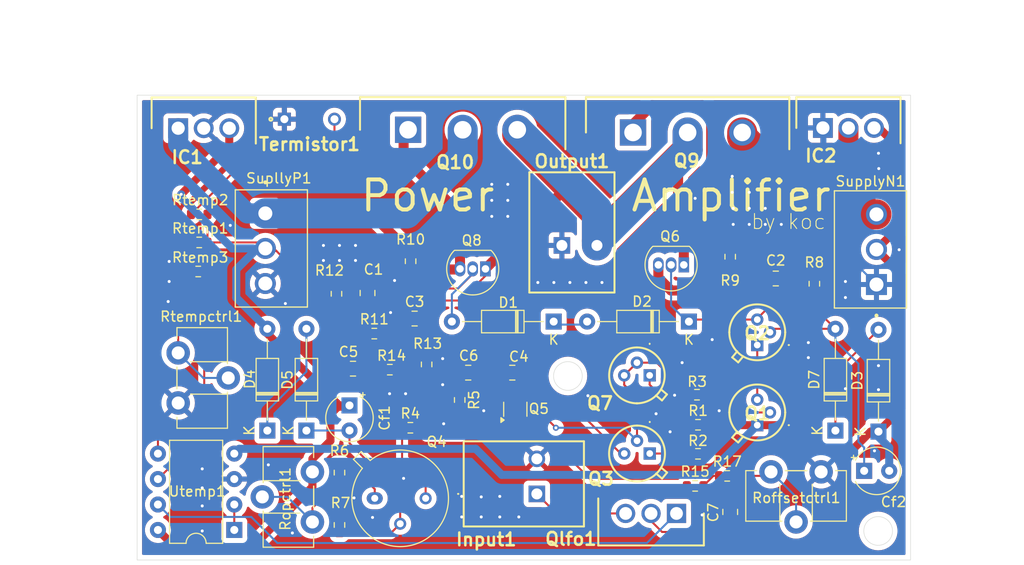
<source format=kicad_pcb>
(kicad_pcb (version 20240108) (generator "pcbnew") (generator_version "8.0")
  (layers (0 "F.Cu" signal) (31 "B.Cu" signal) (34 "B.Paste" user) (35 "F.Paste" user) (36 "B.SilkS" user "B.Silkscreen") (37 "F.SilkS" user "F.Silkscreen") (38 "B.Mask" user) (39 "F.Mask" user) (44 "Edge.Cuts" user))
  (net 0 "")
  (net 1 "+24V")
  (net 2 "Net-(D1-K)")
  (net 3 "Net-(D3-A)")
  (net 4 "-24V")
  (net 5 "Net-(Q10-BASE)")
  (net 6 "Net-(Q6-C)")
  (net 7 "Net-(Cosc3-Pad1)")
  (net 8 "Net-(Q10-EMITTER)")
  (net 9 "Net-(Q1-B)")
  (net 10 "GND")
  (net 11 "Net-(Cosc5-Pad2)")
  (net 12 "Net-(Q5B-B2)")
  (net 13 "Net-(Rtemp3-Pad2)")
  (net 14 "Net-(Q5A-B1)")
  (net 15 "Net-(Q4-E)")
  (net 16 "Net-(Q4-C)")
  (net 17 "Net-(Q3-C)")
  (net 18 "Net-(Q5A-E1)")
  (net 19 "Net-(Q3-B)")
  (net 20 "Net-(Q5B-E2)")
  (net 21 "Net-(Q7-E)")
  (net 22 "Net-(Q3-E)")
  (net 23 "-30V")
  (net 24 "+30V")
  (net 25 "Net-(R15-Pad2)")
  (net 26 "Net-(R17-Pad2)")
  (net 27 "Net-(D5-K)")
  (net 28 "Net-(D7-A)")
  (net 29 "Net-(D1-A)")
  (net 30 "Net-(D2-K)")
  (net 31 "Net-(D4-K)")
  (net 32 "Net-(Q1-C)")
  (net 33 "Net-(R6-Pad2)")
  (net 34 "Net-(Qlfo1-D)")
  (net 35 "Net-(Qlfo1-S)")
  (net 36 "Vcntrl")
  (net 37 "Net-(Utemp1B--)")
  (net 38 "Net-(Utemp1B-+)")
  (net 39 "Net-(Utemp1A--)")
  (footprint "Diode_THT:D_DO-35_SOD27_P10.16mm_Horizontal" (layer "F.Cu") (at 80.78 62.3 180)
    (property "Reference" "D2")
    (property "Value" "1N914")
  )
  (footprint "2N2484:2N2484" (layer "F.Cu") (at 87.6 64.64)
    (property "Reference" "Q2")
    (property "Value" "2N2484" (hide yes))
  )
  (footprint "Resistor_SMD:R_0603_1608Metric" (layer "F.Cu") (at 57.9 70.125 -90)
    (property "Reference" "R5")
    (property "Value" "100")
  )
  (footprint "Capacitor_SMD:C_0805_2012Metric" (layer "F.Cu") (at 48.7 59.45 90)
    (property "Reference" "C1")
    (property "Value" "100p")
  )
  (footprint "2N2484:2N2484" (layer "F.Cu") (at 76.86 67.67 90)
    (property "Reference" "Q7")
    (property "Value" "2N2484" (hide yes))
  )
  (footprint "Resistor_SMD:R_0603_1608Metric" (layer "F.Cu") (at 45.9 77.375 -90)
    (property "Reference" "R6")
    (property "Value" "330")
  )
  (footprint "Capacitor_SMD:C_0805_2012Metric" (layer "F.Cu") (at 53.4 62)
    (property "Reference" "C3")
    (property "Value" "10u")
  )
  (footprint "Resistor_SMD:R_0603_1608Metric" (layer "F.Cu") (at 53 56.275 90)
    (property "Reference" "R10")
    (property "Value" "330")
  )
  (footprint "Capacitor_SMD:C_0805_2012Metric" (layer "F.Cu") (at 63.15 67.4 180)
    (property "Reference" "C4")
    (property "Value" "470p")
  )
  (footprint "Resistor_SMD:R_0603_1608Metric" (layer "F.Cu") (at 52.975 72.9)
    (property "Reference" "R4")
    (property "Value" "100")
  )
  (footprint "Package_TO_SOT_THT:TO-92_Inline" (layer "F.Cu") (at 80.27 56.64 180)
    (property "Reference" "Q6")
    (property "Value" "Q_PNP_EBC")
  )
  (footprint "Resistor_SMD:R_0603_1608Metric" (layer "F.Cu") (at 81.585 69.6 180)
    (property "Reference" "R3")
    (property "Value" "1")
  )
  (footprint "Package_TO_SOT_THT:TO-92_Inline" (layer "F.Cu") (at 60.47 57.04 180)
    (property "Reference" "Q8")
    (property "Value" "Q_NPN_EBC")
  )
  (footprint "Resistor_SMD:R_0603_1608Metric" (layer "F.Cu") (at 31.9 51.6)
    (property "Reference" "Rtemp2")
    (property "Value" "47k")
  )
  (footprint "Resistor_SMD:R_0603_1608Metric" (layer "F.Cu") (at 54.6 66.575 -90)
    (property "Reference" "R13")
    (property "Value" "220k")
  )
  (footprint "TBP02R2-381-06BE:CUI_TBP03R2-350-03BE" (layer "F.Cu") (at 99.5 58.6 90)
    (property "Reference" "SupplyN1")
    (property "Value" "TBP03R2-350-03BE")
  )
  (footprint "Capacitor_SMD:C_0805_2012Metric" (layer "F.Cu") (at 84.9 81.3 90)
    (property "Reference" "C7")
    (property "Value" "1.5n")
  )
  (footprint "Capacitor_SMD:C_0805_2012Metric" (layer "F.Cu") (at 58.75 67.4)
    (property "Reference" "C6")
    (property "Value" "2p2")
  )
  (footprint "2N2484:2N2484" (layer "F.Cu") (at 87.6 72.64)
    (property "Reference" "Q1")
    (property "Value" "2N2484" (hide yes))
  )
  (footprint "Resistor_SMD:R_0603_1608Metric" (layer "F.Cu") (at 31.9 54.4)
    (property "Reference" "Rtemp1")
    (property "Value" "47k")
  )
  (footprint "Resistor_SMD:R_0603_1608Metric" (layer "F.Cu") (at 45.9 82.6 -90)
    (property "Reference" "R7")
    (property "Value" "10k")
  )
  (footprint "Resistor_SMD:R_0603_1608Metric" (layer "F.Cu") (at 31.8 57.3 180)
    (property "Reference" "Rtemp3")
    (property "Value" "5k")
  )
  (footprint "Potentiometer_THT:Potentiometer_ACP_CA9-H5_Horizontal" (layer "F.Cu") (at 43.2 82.3 180)
    (property "Reference" "Ropctrl1")
    (property "Value" "R1k")
  )
  (footprint "Capacitor_SMD:C_0805_2012Metric" (layer "F.Cu") (at 47.25 67)
    (property "Reference" "C5")
    (property "Value" "10u")
  )
  (footprint "Resistor_SMD:R_0603_1608Metric" (layer "F.Cu") (at 81.685 72.6 180)
    (property "Reference" "R1")
    (property "Value" "220")
  )
  (footprint "Diode_THT:D_DO-35_SOD27_P10.16mm_Horizontal" (layer "F.Cu") (at 38.7 73.18 90)
    (property "Reference" "D4")
    (property "Value" "1N914")
  )
  (footprint "Capacitor_THT:CP_Radial_Tantal_D4.5mm_P2.50mm" (layer "F.Cu") (at 98.271144 77.2)
    (property "Reference" "Cf2")
    (property "Value" "100u")
  )
  (footprint "Resistor_SMD:R_0603_1608Metric" (layer "F.Cu") (at 93.3 58.525 90)
    (property "Reference" "R8")
    (property "Value" "470k")
  )
  (footprint "Potentiometer_THT:Potentiometer_ACP_CA9-H5_Horizontal" (layer "F.Cu") (at 29.8 65.425)
    (property "Reference" "Rtempctrl1")
    (property "Value" "R10k")
  )
  (footprint "Potentiometer_THT:Potentiometer_ACP_CA9-H5_Horizontal" (layer "F.Cu") (at 93.975 77.3 -90)
    (property "Reference" "Roffsetctrl1")
    (property "Value" "R20k")
  )
  (footprint "Resistor_SMD:R_0603_1608Metric" (layer "F.Cu") (at 84.6 77.7)
    (property "Reference" "R17")
    (property "Value" "10k")
  )
  (footprint "Package_TO_SOT_THT:TO-39-3" (layer "F.Cu") (at 49.42 79.94)
    (property "Reference" "Q4")
    (property "Value" "BC303")
  )
  (footprint "L7824CV:TO255P460X1020X2008-3P" (layer "F.Cu") (at 94.15 42.97)
    (property "Reference" "IC2")
    (property "Value" "L7824CV" (hide yes))
  )
  (footprint "2SC5200-O_Q_:TO545P520X2000X2900-3P" (layer "F.Cu") (at 75.2 43.425)
    (property "Reference" "Q9")
    (property "Value" "2SC5200-O_Q_" (hide yes))
  )
  (footprint "Capacitor_SMD:C_0805_2012Metric" (layer "F.Cu") (at 89.45 58 180)
    (property "Reference" "C2")
    (property "Value" "100p")
  )
  (footprint "Diode_THT:D_DO-35_SOD27_P10.16mm_Horizontal" (layer "F.Cu") (at 42.6 73.18 90)
    (property "Reference" "D5")
    (property "Value" "1N914")
  )
  (footprint "Resistor_SMD:R_0603_1608Metric" (layer "F.Cu") (at 49.375 63.5)
    (property "Reference" "R11")
    (property "Value" "10k")
  )
  (footprint "2N2484:2N2484" (layer "F.Cu") (at 76.87 75.47 90)
    (property "Reference" "Q3")
    (property "Value" "2N2484" (hide yes))
  )
  (footprint "Resistor_SMD:R_0603_1608Metric" (layer "F.Cu") (at 50.925 67.1 180)
    (property "Reference" "R14")
    (property "Value" "11k")
  )
  (footprint "250-102:250102" (layer "F.Cu") (at 68.1 54.7)
    (property "Reference" "Output1")
    (property "Value" "250-102" (hide yes))
  )
  (footprint "250-102:250102" (layer "F.Cu") (at 65.6 79.5 90)
    (property "Reference" "Input1")
    (property "Value" "250-102" (hide yes))
  )
  (footprint "IRFZ34NPBF:TO254P469X1042X1967-3P" (layer "F.Cu") (at 79.54 81.45 180)
    (property "Reference" "Qlfo1")
    (property "Value" "IRFZ34NPBF" (hide yes))
  )
  (footprint "Resistor_SMD:R_0603_1608Metric" (layer "F.Cu") (at 84.9 55.825 -90)
    (property "Reference" "R9")
    (property "Value" "330")
  )
  (footprint "TBP02R2-381-06BE:CUI_TBP03R2-350-03BE" (layer "F.Cu") (at 38.5 51.5 -90)
    (property "Reference" "SupllyP1")
    (property "Value" "TBP03R2-350-03BE")
  )
  (footprint "Capacitor_THT:CP_Radial_Tantal_D4.5mm_P2.50mm" (layer "F.Cu") (at 46.9 70.671144 -90)
    (property "Reference" "Cf1")
    (property "Value" "100u")
  )
  (footprint "L7824CV:TO255P460X1020X2008-3P" (layer "F.Cu") (at 29.8 43)
    (property "Reference" "IC1")
    (property "Value" "L7824CV" (hide yes))
  )
  (footprint "Resistor_SMD:R_0603_1608Metric" (layer "F.Cu") (at 81.685 75.5 180)
    (property "Reference" "R2")
    (property "Value" "220")
  )
  (footprint "2SA1943-O_Q_:TO545P520X2050X2650-3P" (layer "F.Cu") (at 52.75 43.155)
    (property "Reference" "Q10")
    (property "Value" "2SA1943-O_Q_" (hide yes))
  )
  (footprint "Resistor_SMD:R_0603_1608Metric" (layer "F.Cu") (at 81.4 78.7)
    (property "Reference" "R15")
    (property "Value" "200k")
  )
  (footprint "B57164K0103K000:B57164K_K164" (layer "F.Cu") (at 40.4 42.1)
    (property "Reference" "Termistor1")
    (property "Value" "B57164K0103K000" (hide yes))
  )
  (footprint "Diode_THT:D_DO-35_SOD27_P10.16mm_Horizontal" (layer "F.Cu") (at 99.7 73.28 90)
    (property "Reference" "D3")
    (property "Value" "1N914")
  )
  (footprint "Diode_THT:D_DO-35_SOD27_P10.16mm_Horizontal" (layer "F.Cu") (at 67.28 62.3 180)
    (property "Reference" "D1")
    (property "Value" "1N914")
  )
  (footprint "Diode_THT:D_DO-35_SOD27_P10.16mm_Horizontal" (layer "F.Cu") (at 95.4 73.18 90)
    (property "Reference" "D7")
    (property "Value" "1N914")
  )
  (footprint "Package_TO_SOT_SMD:SOT-363_SC-70-6" (layer "F.Cu") (at 63.45 71.05 90)
    (property "Reference" "Q5")
    (property "Value" "BC856BS")
  )
  (footprint "Resistor_SMD:R_0603_1608Metric" (layer "F.Cu") (at 45.6 59.525 90)
    (property "Reference" "R12")
    (property "Value" "10k")
  )
  (footprint "Package_DIP:DIP-8_W7.62mm" (layer "F.Cu") (at 35.4 83.1 180)
    (property "Reference" "Utemp1")
    (property "Value" "Opamp_Dual")
  )
  (gr_rect (start 25.7 39.7) (end 102.9 86.1) (stroke (width 0.05)) (fill none) (layer "Edge.Cuts"))
  (gr_circle (center 99.668218 83.2) (end 98.368218 82.6) (stroke (width 0.05)) (fill none) (layer "Edge.Cuts"))
  (gr_circle (center 68.7 67.731782) (end 67.4 67.131782) (stroke (width 0.05)) (fill none) (layer "Edge.Cuts"))
  (gr_text "Power      Amplifier" (at 47.8 51.5 0) (layer "F.SilkS") (effects (font (size 3 3) (thickness 0.4) (bold yes)) (justify left bottom)))
  (gr_text "by koc" (at 86.9 53.2 0) (layer "F.SilkS") (effects (font (size 1.5 1.5) (thickness 0.1)) (justify left bottom)))
  (segment (start 29.58 84.9) (end 27.78 83.1) (width 0.8) (layer "F.Cu") (net 1))
  (segment (start 37.9 54.4) (end 38.5 55) (width 0.2) (layer "F.Cu") (net 1))
  (segment (start 46.9 70.8) (end 45.742288 70.8) (width 0.8) (layer "F.Cu") (net 1))
  (segment (start 34.9 44.8) (end 34.9 43) (width 0.8) (layer "F.Cu") (net 1))
  (segment (start 46.9 70.8) (end 46.9 70.671144) (width 0.2) (layer "F.Cu") (net 1))
  (segment (start 45.871144 70.671144) (end 46.9 70.671144) (width 0.8) (layer "F.Cu") (net 1))
  (segment (start 43.2 76) (end 43.2 77.3) (width 0.8) (layer "F.Cu") (net 1))
  (segment (start 39.6 55.25) (end 38.75 55.25) (width 0.2) (layer "F.Cu") (net 1))
  (segment (start 45.6 58.7) (end 43.05 58.7) (width 0.2) (layer "F.Cu") (net 1))
  (segment (start 45.742288 70.8) (end 45 71.542288) (width 0.8) (layer "F.Cu") (net 1))
  (segment (start 38.75 55.25) (end 38.5 55) (width 0.2) (layer "F.Cu") (net 1))
  (segment (start 38.7 63.02) (end 38.7 63.5) (width 0.8) (layer "F.Cu") (net 1))
  (segment (start 38.7 63.5) (end 45.871144 70.671144) (width 0.8) (layer "F.Cu") (net 1))
  (segment (start 43.05 58.7) (end 39.6 55.25) (width 0.2) (layer "F.Cu") (net 1))
  (segment (start 37.1 84.9) (end 29.58 84.9) (width 0.8) (layer "F.Cu") (net 1))
  (segment (start 32.725 54.4) (end 37.9 54.4) (width 0.2) (layer "F.Cu") (net 1))
  (segment (start 32.725 51.6) (end 32.725 54.4) (width 0.2) (layer "F.Cu") (net 1))
  (segment (start 45 71.542288) (end 45 74.2) (width 0.8) (layer "F.Cu") (net 1))
  (segment (start 43.2 78.8) (end 37.1 84.9) (width 0.8) (layer "F.Cu") (net 1))
  (segment (start 39.6 55.25) (end 39.35 55) (width 0.2) (layer "F.Cu") (net 1))
  (segment (start 43.2 77.3) (end 43.2 78.8) (width 0.8) (layer "F.Cu") (net 1))
  (segment (start 45 74.2) (end 43.2 76) (width 0.8) (layer "F.Cu") (net 1))
  (segment (start 30.1 49.6) (end 34.9 44.8) (width 0.8) (layer "F.Cu") (net 1))
  (via (at 30.1 49.6) (size 0.6) (drill 0.3) (layers "F.Cu" "B.Cu") (net 1))
  (segment (start 35.2 55) (end 37.3 55) (width 0.8) (layer "B.Cu") (net 1))
  (segment (start 37.7 55) (end 38.5 55) (width 0.8) (layer "B.Cu") (net 1))
  (segment (start 35.6 59.92) (end 35.6 57.1) (width 0.8) (layer "B.Cu") (net 1))
  (segment (start 30.1 49.9) (end 35.2 55) (width 0.8) (layer "B.Cu") (net 1))
  (segment (start 30.1 49.6) (end 30.1 49.9) (width 0.8) (layer "B.Cu") (net 1))
  (segment (start 35.6 57.1) (end 37.7 55) (width 0.8) (layer "B.Cu") (net 1))
  (segment (start 37.3 55) (end 38.5 55) (width 0.2) (layer "B.Cu") (net 1))
  (segment (start 38.7 63.02) (end 35.6 59.92) (width 0.8) (layer "B.Cu") (net 1))
  (segment (start 70.62 62.6) (end 67.28 62.6) (width 0.2) (layer "B.Cu") (net 2))
  (segment (start 95.4 73.18) (end 95.4 67.42) (width 0.2) (layer "F.Cu") (net 3))
  (segment (start 95.4 67.42) (end 99.7 63.12) (width 0.2) (layer "F.Cu") (net 3))
  (segment (start 101.6 53) (end 99.5 55.1) (width 0.8) (layer "F.Cu") (net 4))
  (segment (start 99.5 55.1) (end 102 57.6) (width 0.8) (layer "F.Cu") (net 4))
  (segment (start 102 70.98) (end 99.7 73.28) (width 0.8) (layer "F.Cu") (net 4))
  (segment (start 99.75 42.97) (end 101.6 44.82) (width 0.8) (layer "F.Cu") (net 4))
  (segment (start 102 57.6) (end 102 70.98) (width 0.8) (layer "F.Cu") (net 4))
  (segment (start 93.4 75.2) (end 90.84 72.64) (width 0.8) (layer "F.Cu") (net 4))
  (segment (start 99.68 73.18) (end 99.7 73.2) (width 0.2) (layer "F.Cu") (net 4))
  (segment (start 87.6 72.64) (end 83.31 72.64) (width 0.8) (layer "F.Cu") (net 4))
  (segment (start 82.51 72.6) (end 82.51 75.5) (width 0.8) (layer "F.Cu") (net 4))
  (segment (start 101.6 44.82) (end 101.6 53) (width 0.8) (layer "F.Cu") (net 4))
  (segment (start 98.92 73.28) (end 97 75.2) (width 0.8) (layer "F.Cu") (net 4))
  (segment (start 83.27 72.6) (end 82.51 72.6) (width 0.8) (layer "F.Cu") (net 4))
  (segment (start 97 75.2) (end 93.4 75.2) (width 0.8) (layer "F.Cu") (net 4))
  (segment (start 90.84 72.64) (end 87.6 72.64) (width 0.8) (layer "F.Cu") (net 4))
  (segment (start 83.31 72.64) (end 83.27 72.6) (width 0.8) (layer "F.Cu") (net 4))
  (segment (start 99.7 73.28) (end 98.92 73.28) (width 0.8) (layer "F.Cu") (net 4))
  (segment (start 62.1 77.6) (end 59.5 75) (width 0.8) (layer "B.Cu") (net 4))
  (segment (start 35.88 75) (end 35.4 75.48) (width 0.8) (layer "B.Cu") (net 4))
  (segment (start 99.7 73.8) (end 100.771144 74.871144) (width 0.8) (layer "B.Cu") (net 4))
  (segment (start 82.64 77.6) (end 62.1 77.6) (width 0.8) (layer "B.Cu") (net 4))
  (segment (start 59.5 75) (end 35.88 75) (width 0.8) (layer "B.Cu") (net 4))
  (segment (start 99.7 73.28) (end 99.7 73.8) (width 0.8) (layer "B.Cu") (net 4))
  (segment (start 87.6 72.64) (end 82.64 77.6) (width 0.8) (layer "B.Cu") (net 4))
  (segment (start 100.771144 74.871144) (end 100.771144 77.2) (width 0.8) (layer "B.Cu") (net 4))
  (segment (start 57.87 57.1) (end 57.93 57.04) (width 0.2) (layer "F.Cu") (net 5))
  (segment (start 53 57.1) (end 57.87 57.1) (width 1) (layer "F.Cu") (net 5))
  (segment (start 52.3 45.9) (end 52.3 43.2) (width 1) (layer "F.Cu") (net 5))
  (segment (start 49.5 57.1) (end 53 57.1) (width 0.2) (layer "F.Cu") (net 5))
  (segment (start 57.93 51.53) (end 52.3 45.9) (width 1) (layer "F.Cu") (net 5))
  (segment (start 48.7 58.5) (end 48.7 57.9) (width 0.2) (layer "F.Cu") (net 5))
  (segment (start 48.7 57.9) (end 49.5 57.1) (width 0.2) (layer "F.Cu") (net 5))
  (segment (start 57.93 57.04) (end 57.93 51.53) (width 1) (layer "F.Cu") (net 5))
  (segment (start 79 59.2) (end 77.73 57.93) (width 1) (layer "F.Cu") (net 6))
  (segment (start 84.85 56.65) (end 82.3 59.2) (width 1) (layer "F.Cu") (net 6))
  (segment (start 84.9 56.65) (end 83.85 56.65) (width 1) (layer "F.Cu") (net 6))
  (segment (start 74.75 43.05) (end 74.75 43.425) (width 0.2) (layer "F.Cu") (net 6))
  (segment (start 83 41.6) (end 82.1 40.7) (width 1) (layer "F.Cu") (net 6))
  (segment (start 84.9 56.65) (end 84.85 56.65) (width 0.2) (layer "F.Cu") (net 6))
  (segment (start 82.1 40.7) (end 77.1 40.7) (width 1) (layer "F.Cu") (net 6))
  (segment (start 77.1 40.7) (end 74.75 43.05) (width 1) (layer "F.Cu") (net 6))
  (segment (start 82.3 59.2) (end 79 59.2) (width 1) (layer "F.Cu") (net 6))
  (segment (start 83 55.8) (end 83 41.6) (width 1) (layer "F.Cu") (net 6))
  (segment (start 83.85 56.65) (end 83 55.8) (width 1) (layer "F.Cu") (net 6))
  (segment (start 87.15 56.65) (end 88.5 58) (width 0.2) (layer "F.Cu") (net 6))
  (segment (start 77.73 57.93) (end 77.73 57.14) (width 1) (layer "F.Cu") (net 6))
  (segment (start 77.73 57.14) (end 77.73 56.64) (width 0.2) (layer "F.Cu") (net 6))
  (segment (start 84.9 56.65) (end 87.15 56.65) (width 0.2) (layer "F.Cu") (net 6))
  (segment (start 49.3 64.9) (end 50.2 64) (width 0.2) (layer "F.Cu") (net 7))
  (segment (start 46.1 60.85) (end 46.1 64.4) (width 0.2) (layer "F.Cu") (net 7))
  (segment (start 50.2 64) (end 50.2 63.5) (width 0.2) (layer "F.Cu") (net 7))
  (segment (start 45.6 60.35) (end 46.1 60.85) (width 0.2) (layer "F.Cu") (net 7))
  (segment (start 46.1 64.4) (end 46.6 64.9) (width 0.2) (layer "F.Cu") (net 7))
  (segment (start 46.6 64.9) (end 49.3 64.9) (width 0.2) (layer "F.Cu") (net 7))
  (segment (start 50.2 63.5) (end 51.1 63.5) (width 0.2) (layer "F.Cu") (net 7))
  (segment (start 51.1 63.5) (end 52.7 61.9) (width 0.2) (layer "F.Cu") (net 7))
  (segment (start 54.6 64) (end 54.6 61.9) (width 0.2) (layer "F.Cu") (net 8))
  (segment (start 59.7 66.3) (end 58 64.6) (width 0.2) (layer "F.Cu") (net 8))
  (segment (start 60.47 57.03) (end 68.75 48.75) (width 1) (layer "F.Cu") (net 8))
  (segment (start 71.6 54.7) (end 71.6 51.6) (width 3) (layer "F.Cu") (net 8))
  (segment (start 60.47 57.73) (end 60.47 57.04) (width 0.2) (layer "F.Cu") (net 8))
  (segment (start 71.6 51.6) (end 68.75 48.75) (width 3) (layer "F.Cu") (net 8))
  (segment (start 79.7 54.1) (end 79.7 44.065) (width 1) (layer "F.Cu") (net 8))
  (segment (start 55.6 60.2) (end 58 60.2) (width 0.2) (layer "F.Cu") (net 8))
  (segment (start 79.7 44.065) (end 80.27 43.495) (width 1) (layer "F.Cu") (net 8))
  (segment (start 80.27 43.495) (end 80.34 43.425) (width 0.2) (layer "F.Cu") (net 8))
  (segment (start 80.27 56.64) (end 80.27 54.67) (width 1) (layer "F.Cu") (net 8))
  (segment (start 58 64.6) (end 55.2 64.6) (width 0.2) (layer "F.Cu") (net 8))
  (segment (start 71.6 54.7) (end 71.6 54.2) (width 2.2) (layer "F.Cu") (net 8))
  (segment (start 80.27 54.67) (end 79.7 54.1) (width 1) (layer "F.Cu") (net 8))
  (segment (start 54.6 61.9) (end 54.6 61.2) (width 0.2) (layer "F.Cu") (net 8))
  (segment (start 54.6 61.2) (end 55.6 60.2) (width 0.2) (layer "F.Cu") (net 8))
  (segment (start 54.6 65.75) (end 54.6 64) (width 0.2) (layer "F.Cu") (net 8))
  (segment (start 80.65 43.425) (end 80.65 45.15) (width 3) (layer "F.Cu") (net 8))
  (segment (start 59.7 67.4) (end 59.7 66.3) (width 0.2) (layer "F.Cu") (net 8))
  (segment (start 63.65 43.65) (end 63.65 43.155) (width 3) (layer "F.Cu") (net 8))
  (segment (start 80.65 45.15) (end 71.6 54.2) (width 3) (layer "F.Cu") (net 8))
  (segment (start 62.2 67.4) (end 59.7 67.4) (width 0.2) (layer "F.Cu") (net 8))
  (segment (start 55.2 64.6) (end 54.6 64) (width 0.2) (layer "F.Cu") (net 8))
  (segment (start 80.34 43.425) (end 80.65 43.425) (width 0.2) (layer "F.Cu") (net 8))
  (segment (start 58 60.2) (end 60.47 57.73) (width 0.2) (layer "F.Cu") (net 8))
  (segment (start 68.75 48.75) (end 63.65 43.65) (width 3) (layer "F.Cu") (net 8))
  (segment (start 60.47 57.04) (end 60.47 57.03) (width 0.2) (layer "F.Cu") (net 8))
  (segment (start 71.6 51.105) (end 63.65 43.155) (width 3) (layer "B.Cu") (net 8))
  (segment (start 80.65 45.25) (end 80.65 43.425) (width 3) (layer "B.Cu") (net 8))
  (segment (start 71.6 54.3) (end 80.65 45.25) (width 3) (layer "B.Cu") (net 8))
  (segment (start 71.6 54.7) (end 71.6 51.105) (width 3) (layer "B.Cu") (net 8))
  (segment (start 71.6 54.7) (end 71.6 54.3) (width 2.2) (layer "B.Cu") (net 8))
  (segment (start 82.41 66.91) (end 82.41 69.6) (width 0.2) (layer "F.Cu") (net 9))
  (segment (start 64.1 67.4) (end 66.6 64.9) (width 0.2) (layer "F.Cu") (net 9))
  (segment (start 80.4 64.9) (end 82.41 66.91) (width 0.2) (layer "F.Cu") (net 9))
  (segment (start 88.87 71.37) (end 85.57 71.37) (width 0.2) (layer "F.Cu") (net 9))
  (segment (start 85.57 71.37) (end 83.8 69.6) (width 0.2) (layer "F.Cu") (net 9))
  (segment (start 83.8 69.6) (end 82.41 69.6) (width 0.2) (layer "F.Cu") (net 9))
  (segment (start 66.6 64.9) (end 80.4 64.9) (width 0.2) (layer "F.Cu") (net 9))
  (via (at 83.1 64.1) (size 0.6) (drill 0.3) (layers "F.Cu" "B.Cu") (net 10))
  (via (at 77.5 71.5) (size 0.6) (drill 0.3) (layers "F.Cu" "B.Cu") (net 10))
  (via (at 44.3 56.2) (size 0.6) (drill 0.3) (layers "F.Cu" "B.Cu") (net 10))
  (via (at 28.8 60.3) (size 0.6) (drill 0.3) (layers "F.Cu" "B.Cu") (net 10))
  (via (at 32.2 78.9) (size 0.6) (drill 0.3) (layers "F.Cu" "B.Cu") (net 10))
  (via (at 44.3 54.7) (size 0.6) (drill 0.3) (layers "F.Cu" "B.Cu") (net 10))
  (via (at 51 61.4) (size 0.6) (drill 0.3) (layers "F.Cu" "B.Cu") (net 10))
  (via (at 72.1 58.4) (size 0.6) (drill 0.3) (layers "F.Cu" "B.Cu") (net 10))
  (via (at 86.8 51) (size 0.6) (drill 0.3) (layers "F.Cu" "B.Cu") (net 10))
  (via (at 32.2 80.7) (size 0.6) (drill 0.3) (layers "F.Cu" "B.Cu") (net 10))
  (via (at 49.2 81.85) (size 0.6) (drill 0.3) (layers "F.Cu" "B.Cu") (net 10))
  (via (at 62.7 48.6) (size 0.6) (drill 0.3) (layers "F.Cu" "B.Cu") (net 10))
  (via (at 61.9 81.8) (size 0.6) (drill 0.3) (layers "F.Cu" "B.Cu") (net 10))
  (via (at 47.5 54.7) (size 0.6) (drill 0.3) (layers "F.Cu" "B.Cu") (net 10))
  (via (at 61.1 48.6) (size 0.6) (drill 0.3) (layers "F.Cu" "B.Cu") (net 10))
  (via (at 90 52.6) (size 0.6) (drill 0.3) (layers "F.Cu" "B.Cu") (net 10))
  (via (at 86.8 52.6) (size 0.6) (drill 0.3) (layers "F.Cu" "B.Cu") (net 10))
  (via (at 61.1 50.2) (size 0.6) (drill 0.3) (layers "F.Cu" "B.Cu") (net 10))
  (via (at 52.5 69.5) (size 0.6) (drill 0.3) (layers "F.Cu" "B.Cu") (net 10))
  (via (at 61.9 79.75) (size 0.6) (drill 0.3) (layers "F.Cu" "B.Cu") (net 10))
  (via (at 79.35 69.65) (size 0.6) (drill 0.3) (layers "F.Cu" "B.Cu") (net 10))
  (via (at 78.9 73.3) (size 0.6) (drill 0.3) (layers "F.Cu" "B.Cu") (net 10))
  (via (at 85.1 49.4) (size 0.6) (drill 0.3) (layers "F.Cu" "B.Cu") (net 10))
  (via (at 56.3 72.5) (size 0.6) (drill 0.3) (layers "F.Cu" "B.Cu") (net 10))
  (via (at 88.4 51) (size 0.6) (drill 0.3) (layers "F.Cu" "B.Cu") (net 10))
  (via (at 52.3 77.95) (size 0.6) (drill 0.3) (layers "F.Cu" "B.Cu") (net 10))
  (via (at 32.2 83.2) (size 0.6) (drill 0.3) (layers "F.Cu" "B.Cu") (net 10))
  (via (at 96.4 59.9) (size 0.6) (drill 0.3) (layers "F.Cu" "B.Cu") (net 10))
  (via (at 45.9 54.7) (size 0.6) (drill 0.3) (layers "F.Cu" "B.Cu") (net 10))
  (via (at 35 52.7) (size 0.6) (drill 0.3) (layers "F.Cu" "B.Cu") (net 10))
  (via (at 88.4 52.6) (size 0.6) (drill 0.3) (layers "F.Cu" "B.Cu") (net 10))
  (via (at 60.05 81.8) (size 0.6) (drill 0.3) (layers "F.Cu" "B.Cu") (net 10))
  (via (at 85.2 52.6) (size 0.6) (drill 0.3) (layers "F.Cu" "B.Cu") (net 10))
  (via (at 99.7 69.1) (size 0.6) (drill 0.3) (layers "F.Cu" "B.Cu") (net 10))
  (via (at 40.5 60.5) (size 0.6) (drill 0.3) (layers "F.Cu" "B.Cu") (net 10))
  (via (at 92.7 65.9) (size 0.6) (drill 0.3) (layers "F.Cu" "B.Cu") (net 10))
  (via (at 61.1 51.8) (size 0.6) (drill 0.3) (layers "F.Cu" "B.Cu") (net 10))
  (via (at 38.8 76.6) (size 0.6) (drill 0.3) (layers "F.Cu" "B.Cu") (net 10))
  (via (at 70.5 58.4) (size 0.6) (drill 0.3) (layers "F.Cu" "B.Cu") (net 10))
  (via (at 51.4 58.2) (size 0.6) (drill 0.3) (layers "F.Cu" "B.Cu") (net 10))
  (via (at 92.7 64.4) (size 0.6) (drill 0.3) (layers "F.Cu" "B.Cu") (net 10))
  (via (at 101.761936 55.1282) (size 0.6) (drill 0.3) (layers "F.Cu" "B.Cu") (net 10))
  (via (at 56.2 66) (size 0.6) (drill 0.3) (layers "F.Cu" "B.Cu") (net 10))
  (via (at 99.7 45.5) (size 0.6) (drill 0.3) (layers "F.Cu" "B.Cu") (net 10))
  (via (at 62.7 51.8) (size 0.6) (drill 0.3) (layers "F.Cu" "B.Cu") (net 10))
  (via (at 85.2 51) (size 0.6) (drill 0.3) (layers "F.Cu" "B.Cu") (net 10))
  (via (at 83.8 71.2) (size 0.6) (drill 0.3) (layers "F.Cu" "B.Cu") (net 10))
  (via (at 58.1 81.8) (size 0.6) (drill 0.3) (layers "F.Cu" "B.Cu") (net 10))
  (via (at 70.7 69.7) (size 0.6) (drill 0.3) (layers "F.Cu" "B.Cu") (net 10))
  (via (at 99.3 75.2) (size 0.6) (drill 0.3) (layers "F.Cu" "B.Cu") (net 10))
  (via (at 58.1 79.75) (size 0.6) (drill 0.3) (layers "F.Cu" "B.Cu") (net 10))
  (via (at 96.4 58.3) (size 0.6) (drill 0.3) (layers "F.Cu" "B.Cu") (net 10))
  (via (at 32.2 77) (size 0.6) (drill 0.3) (layers "F.Cu" "B.Cu") (net 10))
  (via (at 56.2 68.6) (size 0.6) (drill 0.3) (layers "F.Cu" "B.Cu") (net 10))
  (via (at 50.9 69.5) (size 0.6) (drill 0.3) (layers "F.Cu" "B.Cu") (net 10))
  (via (at 96.4 69) (size 0.6) (drill 0.3) (layers "F.Cu" "B.Cu") (net 10))
  (via (at 99.729281 47.028849) (size 0.6) (drill 0.3) (layers "F.Cu" "B.Cu") (net 10))
  (via (at 80.1 66.4) (size 0.6) (drill 0.3) (layers "F.Cu" "B.Cu") (net 10))
  (via (at 60.05 79.8) (size 0.6) (drill 0.3) (layers "F.Cu" "B.Cu") (net 10))
  (via (at 62.7 50.2) (size 0.6) (drill 0.3) (layers "F.Cu" "B.Cu") (net 10))
  (via (at 28.9 58.3) (size 0.6) (drill 0.3) (layers "F.Cu" "B.Cu") (net 10))
  (via (at 28.9 56.3) (size 0.6) (drill 0.3) (layers "F.Cu" "B.Cu") (net 10))
  (via (at 82.1 81.6) (size 0.6) (drill 0.3) (layers "F.Cu" "B.Cu") (net 10))
  (via (at 85.1 47.8) (size 0.6) (drill 0.3) (layers "F.Cu" "B.Cu") (net 10))
  (via (at 60.3 71.2) (size 0.6) (drill 0.3) (layers "F.Cu" "B.Cu") (net 10))
  (via (at 47.5 56.2) (size 0.6) (drill 0.3) (layers "F.Cu" "B.Cu") (net 10))
  (via (at 86.8 49.4) (size 0.6) (drill 0.3) (layers "F.Cu" "B.Cu") (net 10))
  (via (at 67.3 58.4) (size 0.6) (drill 0.3) (layers "F.Cu" "B.Cu") (net 10))
  (via (at 45.9 56.2) (size 0.6) (drill 0.3) (layers "F.Cu" "B.Cu") (net 10))
  (via (at 81.4 50) (size 0.6) (drill 0.3) (layers "F.Cu" "B.Cu") (net 10))
  (via (at 99.7 66.7) (size 0.6) (drill 0.3) (layers "F.Cu" "B.Cu") (net 10))
  (via (at 68.9 58.4) (size 0.6) (drill 0.3) (layers "F.Cu" "B.Cu") (net 10))
  (via (at 65.7 58.4) (size 0.6) (drill 0.3) (layers "F.Cu" "B.Cu") (net 10))
  (via (at 47.35 79.9) (size 0.6) (drill 0.3) (layers "F.Cu" "B.Cu") (net 10))
  (via (at 41.2 83.4) (size 0.6) (drill 0.3) (layers "F.Cu" "B.Cu") (net 10))
  (via (at 63.8 81.8) (size 0.6) (drill 0.3) (layers "F.Cu" "B.Cu") (net 10))
  (segment (start 94.4 43.22) (end 94.4 53.5) (width 0.2) (layer "B.Cu") (net 10))
  (segment (start 94.65 42.97) (end 94.4 43.22) (width 0.2) (layer "B.Cu") (net 10))
  (segment (start 94.4 53.5) (end 99.5 58.6) (width 0.2) (layer "B.Cu") (net 10))
  (segment (start 48.3 67.1) (end 48.2 67) (width 0.2) (layer "F.Cu") (net 11))
  (segment (start 50.1 67.1) (end 48.3 67.1) (width 0.2) (layer "F.Cu") (net 11))
  (segment (start 55.8 70.1) (end 60.6 70.1) (width 0.2) (layer "F.Cu") (net 12))
  (segment (start 63.246728 69.3) (end 63.45 69.503272) (width 0.2) (layer "F.Cu") (net 12))
  (segment (start 54.6 68.9) (end 55.8 70.1) (width 0.2) (layer "F.Cu") (net 12))
  (segment (start 61.4 69.3) (end 63.246728 69.3) (width 0.2) (layer "F.Cu") (net 12))
  (segment (start 57.8 67.4) (end 54.6 67.4) (width 0.2) (layer "F.Cu") (net 12))
  (segment (start 54.6 67.4) (end 52.05 67.4) (width 0.2) (layer "F.Cu") (net 12))
  (segment (start 63.45 69.503272) (end 63.45 70.1) (width 0.2) (layer "F.Cu") (net 12))
  (segment (start 54.6 67.4) (end 54.6 68.9) (width 0.2) (layer "F.Cu") (net 12))
  (segment (start 52.05 67.4) (end 51.75 67.1) (width 0.2) (layer "F.Cu") (net 12))
  (segment (start 60.6 70.1) (end 61.4 69.3) (width 0.2) (layer "F.Cu") (net 12))
  (segment (start 31.05 58.85) (end 29.8 60.1) (width 0.2) (layer "F.Cu") (net 13))
  (segment (start 31.05 57) (end 31.05 58.85) (width 0.2) (layer "F.Cu") (net 13))
  (segment (start 29.8 60.1) (end 29.8 65.425) (width 0.2) (layer "F.Cu") (net 13))
  (segment (start 34.8 67.925) (end 32.3 67.925) (width 0.2) (layer "B.Cu") (net 13))
  (segment (start 32.3 67.925) (end 29.8 65.425) (width 0.2) (layer "B.Cu") (net 13))
  (segment (start 82.225 80.35) (end 84.9 80.35) (width 0.2) (layer "F.Cu") (net 14))
  (segment (start 63.45 72.324999) (end 63.825001 72.7) (width 0.2) (layer "F.Cu") (net 14))
  (segment (start 71.6 78.7) (end 80.575 78.7) (width 0.2) (layer "F.Cu") (net 14))
  (segment (start 65.6 72.7) (end 71.6 78.7) (width 0.2) (layer "F.Cu") (net 14))
  (segment (start 63.45 72) (end 63.45 72.324999) (width 0.2) (layer "F.Cu") (net 14))
  (segment (start 63.825001 72.7) (end 65.6 72.7) (width 0.2) (layer "F.Cu") (net 14))
  (segment (start 80.575 78.7) (end 82.225 80.35) (width 0.2) (layer "F.Cu") (net 14))
  (segment (start 49.42 79.94) (end 49.42 79.02) (width 0.2) (layer "F.Cu") (net 15))
  (segment (start 49.42 79.02) (end 46.95 76.55) (width 0.2) (layer "F.Cu") (net 15))
  (segment (start 46.95 76.55) (end 45.9 76.55) (width 0.2) (layer "F.Cu") (net 15))
  (segment (start 52.85 70.95) (end 52.15 71.65) (width 0.2) (layer "F.Cu") (net 16))
  (segment (start 52.15 76.05) (end 54.5 78.4) (width 0.2) (layer "F.Cu") (net 16))
  (segment (start 52.15 71.65) (end 52.15 72.9) (width 0.2) (layer "F.Cu") (net 16))
  (segment (start 52.15 71.84) (end 52.15 76.05) (width 0.2) (layer "F.Cu") (net 16))
  (segment (start 54.5 78.4) (end 54.5 79.94) (width 0.2) (layer "F.Cu") (net 16))
  (segment (start 57.9 70.95) (end 52.85 70.95) (width 0.2) (layer "F.Cu") (net 16))
  (segment (start 73.97 75.47) (end 74.33 75.47) (width 0.2) (layer "F.Cu") (net 17))
  (segment (start 62.8 70.1) (end 62.8 70.424999) (width 0.2) (layer "F.Cu") (net 17))
  (segment (start 69.3 70.8) (end 73.97 75.47) (width 0.2) (layer "F.Cu") (net 17))
  (segment (start 63.175001 70.8) (end 69.3 70.8) (width 0.2) (layer "F.Cu") (net 17))
  (segment (start 62.8 70.424999) (end 63.175001 70.8) (width 0.2) (layer "F.Cu") (net 17))
  (segment (start 59.4 72.3) (end 58 73.7) (width 0.2) (layer "F.Cu") (net 18))
  (segment (start 58 73.7) (end 54.6 73.7) (width 0.2) (layer "F.Cu") (net 18))
  (segment (start 62.5 72.3) (end 59.4 72.3) (width 0.2) (layer "F.Cu") (net 18))
  (segment (start 54.6 73.7) (end 53.8 72.9) (width 0.2) (layer "F.Cu") (net 18))
  (segment (start 62.8 72) (end 62.5 72.3) (width 0.2) (layer "F.Cu") (net 18))
  (segment (start 74.32 68.62) (end 74.32 67.67) (width 0.2) (layer "F.Cu") (net 19))
  (segment (start 80.76 69.6) (end 77.56 66.4) (width 0.2) (layer "F.Cu") (net 19))
  (segment (start 77.56 66.4) (end 75.59 66.4) (width 0.2) (layer "F.Cu") (net 19))
  (segment (start 75.6 69.9) (end 74.32 68.62) (width 0.2) (layer "F.Cu") (net 19))
  (segment (start 66.6 72) (end 64.1 72) (width 0.2) (layer "F.Cu") (net 19))
  (segment (start 75.6 74.2) (end 75.6 69.9) (width 0.2) (layer "F.Cu") (net 19))
  (segment (start 74.32 67.67) (end 75.59 66.4) (width 0.2) (layer "F.Cu") (net 19))
  (segment (start 67.5 72.9) (end 66.6 72) (width 0.2) (layer "F.Cu") (net 19))
  (via (at 67.5 72.9) (size 0.6) (drill 0.3) (layers "F.Cu" "B.Cu") (net 19))
  (segment (start 67.5 72.9) (end 74.3 72.9) (width 0.2) (layer "B.Cu") (net 19))
  (segment (start 74.3 72.9) (end 75.6 74.2) (width 0.2) (layer "B.Cu") (net 19))
  (segment (start 57.9 69.3) (end 59.7 69.3) (width 0.2) (layer "F.Cu") (net 20))
  (segment (start 59.7 69.3) (end 60.3 68.7) (width 0.2) (layer "F.Cu") (net 20))
  (segment (start 64.1 69.1) (end 64.1 70.1) (width 0.2) (layer "F.Cu") (net 20))
  (segment (start 63.7 68.7) (end 64.1 69.1) (width 0.2) (layer "F.Cu") (net 20))
  (segment (start 60.3 68.7) (end 63.7 68.7) (width 0.2) (layer "F.Cu") (net 20))
  (segment (start 76.86 68.6) (end 80.86 72.6) (width 0.2) (layer "F.Cu") (net 21))
  (segment (start 76.86 67.67) (end 76.86 68.6) (width 0.2) (layer "F.Cu") (net 21))
  (segment (start 80.83 75.47) (end 80.86 75.5) (width 0.2) (layer "F.Cu") (net 22))
  (segment (start 76.87 75.47) (end 80.83 75.47) (width 0.2) (layer "F.Cu") (net 22))
  (segment (start 84.9 55) (end 90.425 55) (width 0.5) (layer "F.Cu") (net 23))
  (segment (start 99.5 51.6) (end 96.7 48.8) (width 2) (layer "F.Cu") (net 23))
  (segment (start 86.1 43.875) (end 93.825 51.6) (width 3) (layer "F.Cu") (net 23))
  (segment (start 90.425 55) (end 93.825 51.6) (width 0.5) (layer "F.Cu") (net 23))
  (segment (start 96.7 48.8) (end 96.7 42.97) (width 2) (layer "F.Cu") (net 23))
  (segment (start 86.1 43.425) (end 86.1 43.875) (width 3) (layer "F.Cu") (net 23))
  (segment (start 93.825 51.6) (end 99.5 51.6) (width 3) (layer "F.Cu") (net 23))
  (segment (start 38.7 51.7) (end 38.5 51.5) (width 0.2) (layer "F.Cu") (net 24))
  (segment (start 53 55.45) (end 49.25 51.7) (width 1) (layer "F.Cu") (net 24))
  (segment (start 49.25 51.7) (end 38.7 51.7) (width 1) (layer "F.Cu") (net 24))
  (segment (start 36.7 51.5) (end 29.8 44.6) (width 2) (layer "B.Cu") (net 24))
  (segment (start 29.8 44.6) (end 29.8 43) (width 2) (layer "B.Cu") (net 24))
  (segment (start 58.2 43.155) (end 58.2 45.9) (width 3) (layer "B.Cu") (net 24))
  (segment (start 52.6 51.5) (end 38.5 51.5) (width 3) (layer "B.Cu") (net 24))
  (segment (start 58.2 45.9) (end 52.6 51.5) (width 3) (layer "B.Cu") (net 24))
  (segment (start 38.5 51.5) (end 36.7 51.5) (width 2) (layer "B.Cu") (net 24))
  (segment (start 38.1 51.1) (end 38.5 51.5) (width 1.5) (layer "B.Cu") (net 24))
  (segment (start 83.775 77.7) (end 83.225 77.7) (width 0.2) (layer "F.Cu") (net 25))
  (segment (start 83.225 77.7) (end 82.225 78.7) (width 0.2) (layer "F.Cu") (net 25))
  (segment (start 88.575 77.7) (end 88.975 77.3) (width 0.2) (layer "F.Cu") (net 26))
  (segment (start 85.425 77.7) (end 88.575 77.7) (width 0.2) (layer "F.Cu") (net 26))
  (segment (start 91.475 79.8) (end 88.975 77.3) (width 0.2) (layer "B.Cu") (net 26))
  (segment (start 91.475 82.3) (end 91.475 79.8) (width 0.2) (layer "B.Cu") (net 26))
  (segment (start 45.9 83.425) (end 51.015 83.425) (width 0.2) (layer "F.Cu") (net 27))
  (segment (start 46.9 74.44) (end 46.9 73.171144) (width 0.2) (layer "F.Cu") (net 27))
  (segment (start 46.9 74.44) (end 51.96 79.5) (width 0.2) (layer "F.Cu") (net 27))
  (segment (start 51.96 79.5) (end 51.96 82.48) (width 0.2) (layer "F.Cu") (net 27))
  (segment (start 51.015 83.425) (end 51.96 82.48) (width 0.2) (layer "F.Cu") (net 27))
  (segment (start 42.608856 73.171144) (end 42.6 73.18) (width 0.2) (layer "B.Cu") (net 27))
  (segment (start 46.9 73.171144) (end 42.608856 73.171144) (width 0.2) (layer "B.Cu") (net 27))
  (segment (start 95.4 63.02) (end 89.22 63.02) (width 0.2) (layer "F.Cu") (net 28))
  (segment (start 93.3 59.35) (end 93.3 60.92) (width 0.2) (layer "F.Cu") (net 28))
  (segment (start 93.3 60.92) (end 95.4 63.02) (width 0.2) (layer "F.Cu") (net 28))
  (segment (start 89.22 63.02) (end 88.87 63.37) (width 0.2) (layer "F.Cu") (net 28))
  (segment (start 98.271144 74.871144) (end 97.7 74.3) (width 0.2) (layer "B.Cu") (net 28))
  (segment (start 97.7 66.5) (end 97.7 74.3) (width 0.2) (layer "B.Cu") (net 28))
  (segment (start 95.4 64.2) (end 97.7 66.5) (width 0.2) (layer "B.Cu") (net 28))
  (segment (start 95.4 63.02) (end 95.4 64.2) (width 0.2) (layer "B.Cu") (net 28))
  (segment (start 98.271144 77.2) (end 98.271144 74.871144) (width 0.2) (layer "B.Cu") (net 28))
  (segment (start 57.74 59) (end 59.2 57.54) (width 0.2) (layer "F.Cu") (net 29))
  (segment (start 52 59) (end 57.74 59) (width 0.2) (layer "F.Cu") (net 29))
  (segment (start 48.7 60.4) (end 50.6 60.4) (width 0.2) (layer "F.Cu") (net 29))
  (segment (start 59.2 57.54) (end 59.2 57.04) (width 0.2) (layer "F.Cu") (net 29))
  (segment (start 48.55 63.5) (end 48.55 60.55) (width 0.2) (layer "F.Cu") (net 29))
  (segment (start 48.55 60.55) (end 48.7 60.4) (width 0.2) (layer "F.Cu") (net 29))
  (segment (start 50.6 60.4) (end 52 59) (width 0.2) (layer "F.Cu") (net 29))
  (segment (start 57.12 59.58) (end 57.12 62.3) (width 0.2) (layer "B.Cu") (net 29))
  (segment (start 59.2 57.5) (end 57.12 59.58) (width 0.2) (layer "B.Cu") (net 29))
  (segment (start 59.2 57.04) (end 59.2 57.5) (width 0.2) (layer "B.Cu") (net 29))
  (segment (start 90.4 59.2) (end 87.6 62) (width 0.2) (layer "F.Cu") (net 30))
  (segment (start 80.98 62.1) (end 80.78 62.3) (width 0.2) (layer "F.Cu") (net 30))
  (segment (start 90.4 58) (end 90.4 59.2) (width 0.2) (layer "F.Cu") (net 30))
  (segment (start 87.6 62) (end 87.6 62.1) (width 0.2) (layer "F.Cu") (net 30))
  (segment (start 87.6 62.1) (end 80.98 62.1) (width 0.2) (layer "F.Cu") (net 30))
  (segment (start 80.6 62.3) (end 80.78 62.3) (width 0.2) (layer "B.Cu") (net 30))
  (segment (start 79 60.7) (end 80.6 62.3) (width 0.2) (layer "B.Cu") (net 30))
  (segment (start 80.78 62.58) (end 80.78 62.6) (width 0.2) (layer "B.Cu") (net 30))
  (segment (start 79 60.7) (end 79 56.64) (width 0.2) (layer "B.Cu") (net 30))
  (segment (start 38.7 71.2) (end 38.7 73.18) (width 0.2) (layer "B.Cu") (net 31))
  (segment (start 42.6 67.3) (end 38.7 71.2) (width 0.2) (layer "B.Cu") (net 31))
  (segment (start 42.6 63.02) (end 42.6 67.3) (width 0.2) (layer "B.Cu") (net 31))
  (segment (start 87.6 70.1) (end 87.6 64.64) (width 0.2) (layer "F.Cu") (net 32))
  (segment (start 43.2 80.9) (end 43.2 82.3) (width 0.2) (layer "F.Cu") (net 33))
  (segment (start 45.9 78.2) (end 45.9 78.3) (width 0.2) (layer "F.Cu") (net 33))
  (segment (start 45.9 78.2) (end 43.2 80.9) (width 0.2) (layer "F.Cu") (net 33))
  (segment (start 40.7 79.8) (end 43.2 82.3) (width 0.2) (layer "B.Cu") (net 33))
  (segment (start 38.2 79.8) (end 40.7 79.8) (width 0.2) (layer "B.Cu") (net 33))
  (segment (start 83.85 83.3) (end 78.1 83.3) (width 0.2) (layer "F.Cu") (net 34))
  (segment (start 78.1 83.3) (end 77 82.2) (width 0.2) (layer "F.Cu") (net 34))
  (segment (start 77 82.2) (end 77 81.45) (width 0.2) (layer "F.Cu") (net 34))
  (segment (start 84.9 82.25) (end 83.85 83.3) (width 0.2) (layer "F.Cu") (net 34))
  (segment (start 67.55 81.45) (end 65.6 79.5) (width 0.2) (layer "F.Cu") (net 35))
  (segment (start 74.46 81.45) (end 67.55 81.45) (width 0.2) (layer "F.Cu") (net 35))
  (segment (start 76.59 84.4) (end 79.54 81.45) (width 0.2) (layer "B.Cu") (net 36))
  (segment (start 29.02 81.8) (end 37.1 81.8) (width 0.2) (layer "B.Cu") (net 36))
  (segment (start 37.1 81.8) (end 39.7 84.4) (width 0.2) (layer "B.Cu") (net 36))
  (segment (start 39.7 84.4) (end 76.59 84.4) (width 0.2) (layer "B.Cu") (net 36))
  (segment (start 27.78 80.56) (end 29.02 81.8) (width 0.2) (layer "B.Cu") (net 36))
  (segment (start 31.075 55.375) (end 31.075 54.4) (width 0.2) (layer "F.Cu") (net 37))
  (segment (start 27.78 78.02) (end 32.4 73.4) (width 0.2) (layer "F.Cu") (net 37))
  (segment (start 32.4 73.4) (end 32.4 56.7) (width 0.2) (layer "F.Cu") (net 37))
  (segment (start 32.4 56.7) (end 31.075 55.375) (width 0.2) (layer "F.Cu") (net 37))
  (segment (start 45.4 43.8) (end 45.4 42.1) (width 0.2) (layer "F.Cu") (net 38))
  (segment (start 31.1 51.6) (end 36.9 45.8) (width 0.2) (layer "F.Cu") (net 38))
  (segment (start 31.075 51.6) (end 27.78 54.895) (width 0.2) (layer "F.Cu") (net 38))
  (segment (start 31.075 51.6) (end 31.1 51.6) (width 0.2) (layer "F.Cu") (net 38))
  (segment (start 36.9 45.8) (end 43.4 45.8) (width 0.2) (layer "F.Cu") (net 38))
  (segment (start 27.78 54.895) (end 27.78 75.48) (width 0.2) (layer "F.Cu") (net 38))
  (segment (start 43.4 45.8) (end 45.4 43.8) (width 0.2) (layer "F.Cu") (net 38))
  (segment (start 35.4 83.1) (end 35.4 80.56) (width 0.2) (layer "F.Cu") (net 39))
  (zone (net 10) (net_name "GND") (layers "F&B.Cu") (connect_pads (clearance 0.5)) (min_thickness 0.25) (fill yes (thermal_gap 0.5) (thermal_bridge_width 0.5))
    (polygon (pts (xy 102.9 39.7) (xy 102.9 86.1) (xy 25.7 86.2) (xy 25.7 39.8)))
  )
)
</source>
